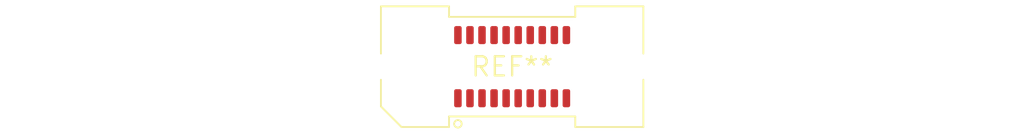
<source format=kicad_pcb>
(kicad_pcb (version 20240108) (generator pcbnew)
  (layers (0 "F.Cu" signal) (31 "B.Cu" signal) (34 "B.Paste" user) (35 "F.Paste" user) (36 "B.SilkS" user "B.Silkscreen") (37 "F.SilkS" user "F.Silkscreen") (38 "B.Mask" user) (39 "F.Mask" user) (44 "Edge.Cuts" user))
  (net 0 "")
  (footprint "Samtec_HSEC8-110-03-X-DV-A-WT_2x10_P0.8mm_Socket_WeldTabs" (layer "F.Cu") (at 0 0)
    (property "Reference" "REF**")
    (property "Value" "Samtec_HSEC8-110-03-X-DV-A-WT_2x10_P0.8mm_Socket_WeldTabs")
    (fp_line (start -8.71 -4.005) (end -4.19 -4.005) (layer "F.SilkS") (stroke (width 0.12)))
    (fp_line (start -8.71 -0.867929) (end -8.71 -4.005) (layer "F.SilkS") (stroke (width 0.12)))
    (fp_line (start -8.71 2.640563) (end -8.71 0.867929) (layer "F.SilkS") (stroke (width 0.12)))
    (fp_line (start -7.345563 4.005) (end -8.71 2.640563) (layer "F.SilkS") (stroke (width 0.12)))
    (fp_line (start -4.19 -4.005) (end -4.19 -3.305) (layer "F.SilkS") (stroke (width 0.12)))
    (fp_line (start -4.19 -3.305) (end 4.19 -3.305) (layer "F.SilkS") (stroke (width 0.12)))
    (fp_line (start -4.19 3.305) (end -4.19 4.005) (layer "F.SilkS") (stroke (width 0.12)))
    (fp_line (start -4.19 4.005) (end -7.345563 4.005) (layer "F.SilkS") (stroke (width 0.12)))
    (fp_line (start 4.19 -4.005) (end 8.71 -4.005) (layer "F.SilkS") (stroke (width 0.12)))
    (fp_line (start 4.19 -3.305) (end 4.19 -4.005) (layer "F.SilkS") (stroke (width 0.12)))
    (fp_line (start 4.19 3.305) (end -4.19 3.305) (layer "F.SilkS") (stroke (width 0.12)))
    (fp_line (start 4.19 4.005) (end 4.19 3.305) (layer "F.SilkS") (stroke (width 0.12)))
    (fp_line (start 8.71 -4.005) (end 8.71 -0.867929) (layer "F.SilkS") (stroke (width 0.12)))
    (fp_line (start 8.71 0.867929) (end 8.71 4.005) (layer "F.SilkS") (stroke (width 0.12)))
    (fp_line (start 8.71 4.005) (end 4.19 4.005) (layer "F.SilkS") (stroke (width 0.12)))
    (fp_arc (start -3.35 3.795) (mid -3.85 3.795) (end -3.35 3.795) (layer "F.SilkS") (stroke (width 0.12)))
    (pad "" thru_hole circle (at -7.45 0) (size 2.54 2.54) (drill 0.84) (layers *.Cu *.Mask "F.Paste") (remove_unused_layers))
    (pad "" np_thru_hole circle (at -5.1 1.5) (size 1.27 1.27) (drill 1.27) (layers *.Cu *.Mask))
    (pad "" np_thru_hole circle (at 5.1 0) (size 1.27 1.27) (drill 1.27) (layers *.Cu *.Mask))
    (pad "" thru_hole circle (at 7.45 0) (size 2.54 2.54) (drill 0.84) (layers *.Cu *.Mask "F.Paste") (remove_unused_layers))
    (pad "1" smd roundrect (at -3.6 2.095) (size 0.5 1.2) (layers "F.Cu" "F.Paste" "F.Mask"))
    (pad "2" smd roundrect (at -3.6 -2.095) (size 0.5 1.2) (layers "F.Cu" "F.Paste" "F.Mask"))
    (pad "3" smd roundrect (at -2.8 2.095) (size 0.5 1.2) (layers "F.Cu" "F.Paste" "F.Mask"))
    (pad "4" smd roundrect (at -2.8 -2.095) (size 0.5 1.2) (layers "F.Cu" "F.Paste" "F.Mask"))
    (pad "5" smd roundrect (at -2 2.095) (size 0.5 1.2) (layers "F.Cu" "F.Paste" "F.Mask"))
    (pad "6" smd roundrect (at -2 -2.095) (size 0.5 1.2) (layers "F.Cu" "F.Paste" "F.Mask"))
    (pad "7" smd roundrect (at -1.2 2.095) (size 0.5 1.2) (layers "F.Cu" "F.Paste" "F.Mask"))
    (pad "8" smd roundrect (at -1.2 -2.095) (size 0.5 1.2) (layers "F.Cu" "F.Paste" "F.Mask"))
    (pad "9" smd roundrect (at -0.4 2.095) (size 0.5 1.2) (layers "F.Cu" "F.Paste" "F.Mask"))
    (pad "10" smd roundrect (at -0.4 -2.095) (size 0.5 1.2) (layers "F.Cu" "F.Paste" "F.Mask"))
    (pad "11" smd roundrect (at 0.4 2.095) (size 0.5 1.2) (layers "F.Cu" "F.Paste" "F.Mask"))
    (pad "12" smd roundrect (at 0.4 -2.095) (size 0.5 1.2) (layers "F.Cu" "F.Paste" "F.Mask"))
    (pad "13" smd roundrect (at 1.2 2.095) (size 0.5 1.2) (layers "F.Cu" "F.Paste" "F.Mask"))
    (pad "14" smd roundrect (at 1.2 -2.095) (size 0.5 1.2) (layers "F.Cu" "F.Paste" "F.Mask"))
    (pad "15" smd roundrect (at 2 2.095) (size 0.5 1.2) (layers "F.Cu" "F.Paste" "F.Mask"))
    (pad "16" smd roundrect (at 2 -2.095) (size 0.5 1.2) (layers "F.Cu" "F.Paste" "F.Mask"))
    (pad "17" smd roundrect (at 2.8 2.095) (size 0.5 1.2) (layers "F.Cu" "F.Paste" "F.Mask"))
    (pad "18" smd roundrect (at 2.8 -2.095) (size 0.5 1.2) (layers "F.Cu" "F.Paste" "F.Mask"))
    (pad "19" smd roundrect (at 3.6 2.095) (size 0.5 1.2) (layers "F.Cu" "F.Paste" "F.Mask"))
    (pad "20" smd roundrect (at 3.6 -2.095) (size 0.5 1.2) (layers "F.Cu" "F.Paste" "F.Mask"))
  )
)
</source>
